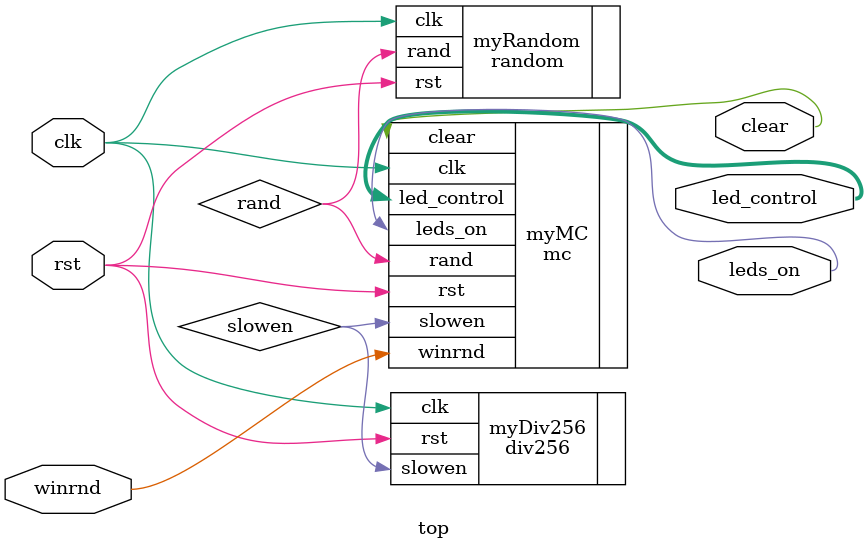
<source format=v>
`timescale 1ns / 1ps
module top(winrnd, clk, rst, leds_on, clear, led_control);
	 
	input winrnd;
	input clk;
	input rst;
	output leds_on;
	output clear;
	output [1:0] led_control;


	//Don't initialize rand, and slowen

	div256 myDiv256(
		.clk(clk),
		.rst(rst), 
		.slowen(slowen)
	);

	random myRandom(
		.clk(clk),
		.rst(rst),
		.rand(rand)
	);

	mc myMC(
		.slowen(slowen),
		.rand(rand),
		.winrnd(winrnd),
		.rst(rst),
		.clk(clk),
		.leds_on(leds_on),
		.clear(clear),
		.led_control(led_control)
	 );

endmodule

</source>
